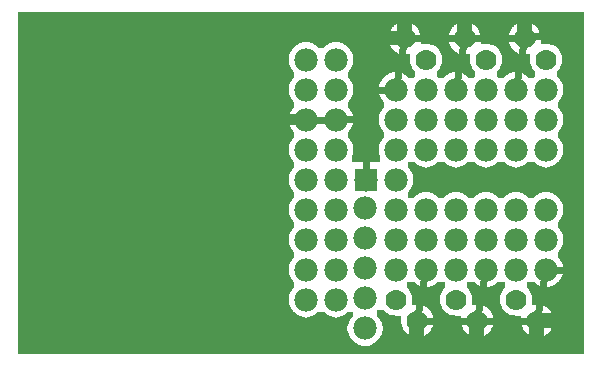
<source format=gbl>
G04 MADE WITH FRITZING*
G04 WWW.FRITZING.ORG*
G04 DOUBLE SIDED*
G04 HOLES PLATED*
G04 CONTOUR ON CENTER OF CONTOUR VECTOR*
%ASAXBY*%
%FSLAX23Y23*%
%MOIN*%
%OFA0B0*%
%SFA1.0B1.0*%
%ADD10C,0.075000*%
%ADD11C,0.078000*%
%ADD12C,0.070000*%
%ADD13R,0.078000X0.078000*%
%ADD14C,0.024000*%
%LNCOPPER0*%
G90*
G70*
G54D10*
X1211Y1079D03*
G54D11*
X1200Y620D03*
X1300Y620D03*
X1800Y420D03*
X1700Y420D03*
X1600Y420D03*
X1500Y420D03*
X1400Y420D03*
X1300Y420D03*
X1800Y420D03*
X1700Y420D03*
X1600Y420D03*
X1500Y420D03*
X1400Y420D03*
X1300Y420D03*
X1300Y320D03*
X1400Y320D03*
X1500Y320D03*
X1600Y320D03*
X1700Y320D03*
X1800Y320D03*
X1300Y820D03*
X1400Y820D03*
X1500Y820D03*
X1600Y820D03*
X1700Y820D03*
X1800Y820D03*
X1300Y820D03*
X1400Y820D03*
X1500Y820D03*
X1600Y820D03*
X1700Y820D03*
X1800Y820D03*
X1800Y920D03*
X1700Y920D03*
X1600Y920D03*
X1500Y920D03*
X1400Y920D03*
X1300Y920D03*
G54D12*
X1700Y220D03*
X1771Y149D03*
X1500Y220D03*
X1571Y149D03*
X1300Y220D03*
X1371Y149D03*
X1800Y1020D03*
X1729Y1091D03*
X1600Y1020D03*
X1529Y1091D03*
X1400Y1020D03*
X1329Y1091D03*
G54D11*
X1800Y520D03*
X1700Y520D03*
X1600Y520D03*
X1500Y520D03*
X1400Y520D03*
X1300Y520D03*
X1300Y720D03*
X1400Y720D03*
X1500Y720D03*
X1600Y720D03*
X1700Y720D03*
X1800Y720D03*
X1000Y1020D03*
X1000Y920D03*
X1000Y820D03*
X1000Y720D03*
X1000Y620D03*
X1000Y520D03*
X1000Y420D03*
X1000Y320D03*
X1000Y220D03*
X1100Y1020D03*
X1100Y920D03*
X1100Y820D03*
X1100Y720D03*
X1100Y620D03*
X1100Y520D03*
X1100Y420D03*
X1100Y320D03*
X1100Y220D03*
X1197Y124D03*
X1197Y224D03*
X1197Y324D03*
X1197Y424D03*
X1197Y524D03*
G54D13*
X1200Y620D03*
G54D14*
X1200Y821D02*
X1130Y821D01*
D02*
X1200Y650D02*
X1200Y821D01*
D02*
X1200Y920D02*
X1270Y920D01*
D02*
X1200Y821D02*
X1200Y920D01*
D02*
X1900Y320D02*
X1900Y1120D01*
D02*
X1830Y320D02*
X1900Y320D01*
D02*
X1305Y950D02*
X1325Y1065D01*
D02*
X1503Y1091D02*
X1355Y1091D01*
D02*
X1703Y1091D02*
X1555Y1091D01*
D02*
X1900Y1120D02*
X1755Y1095D01*
D02*
X1395Y291D02*
X1375Y175D01*
D02*
X1595Y291D02*
X1575Y175D01*
D02*
X1795Y291D02*
X1775Y175D01*
D02*
X1745Y149D02*
X1597Y149D01*
D02*
X1545Y149D02*
X1397Y149D01*
D02*
X1505Y950D02*
X1525Y1065D01*
D02*
X1705Y950D02*
X1725Y1065D01*
D02*
X1070Y820D02*
X1030Y820D01*
G36*
X40Y1180D02*
X40Y1144D01*
X1736Y1144D01*
X1736Y1142D01*
X1748Y1142D01*
X1748Y1140D01*
X1754Y1140D01*
X1754Y1138D01*
X1758Y1138D01*
X1758Y1136D01*
X1762Y1136D01*
X1762Y1134D01*
X1764Y1134D01*
X1764Y1132D01*
X1766Y1132D01*
X1766Y1130D01*
X1768Y1130D01*
X1768Y1128D01*
X1770Y1128D01*
X1770Y1126D01*
X1772Y1126D01*
X1772Y1124D01*
X1774Y1124D01*
X1774Y1120D01*
X1776Y1120D01*
X1776Y1116D01*
X1778Y1116D01*
X1778Y1110D01*
X1780Y1110D01*
X1780Y1102D01*
X1782Y1102D01*
X1782Y1072D01*
X1814Y1072D01*
X1814Y1070D01*
X1822Y1070D01*
X1822Y1068D01*
X1826Y1068D01*
X1826Y1066D01*
X1830Y1066D01*
X1830Y1064D01*
X1834Y1064D01*
X1834Y1062D01*
X1836Y1062D01*
X1836Y1060D01*
X1838Y1060D01*
X1838Y1058D01*
X1840Y1058D01*
X1840Y1056D01*
X1842Y1056D01*
X1842Y1054D01*
X1844Y1054D01*
X1844Y1050D01*
X1846Y1050D01*
X1846Y1046D01*
X1848Y1046D01*
X1848Y1042D01*
X1850Y1042D01*
X1850Y1036D01*
X1852Y1036D01*
X1852Y1004D01*
X1850Y1004D01*
X1850Y998D01*
X1848Y998D01*
X1848Y992D01*
X1846Y992D01*
X1846Y988D01*
X1844Y988D01*
X1844Y986D01*
X1842Y986D01*
X1842Y984D01*
X1840Y984D01*
X1840Y982D01*
X1838Y982D01*
X1838Y962D01*
X1840Y962D01*
X1840Y960D01*
X1842Y960D01*
X1842Y956D01*
X1844Y956D01*
X1844Y954D01*
X1846Y954D01*
X1846Y952D01*
X1848Y952D01*
X1848Y950D01*
X1850Y950D01*
X1850Y946D01*
X1852Y946D01*
X1852Y942D01*
X1854Y942D01*
X1854Y938D01*
X1856Y938D01*
X1856Y932D01*
X1858Y932D01*
X1858Y906D01*
X1856Y906D01*
X1856Y902D01*
X1854Y902D01*
X1854Y898D01*
X1852Y898D01*
X1852Y894D01*
X1850Y894D01*
X1850Y890D01*
X1848Y890D01*
X1848Y888D01*
X1846Y888D01*
X1846Y886D01*
X1844Y886D01*
X1844Y882D01*
X1842Y882D01*
X1842Y880D01*
X1840Y880D01*
X1840Y860D01*
X1842Y860D01*
X1842Y856D01*
X1844Y856D01*
X1844Y854D01*
X1846Y854D01*
X1846Y852D01*
X1848Y852D01*
X1848Y850D01*
X1850Y850D01*
X1850Y846D01*
X1852Y846D01*
X1852Y842D01*
X1854Y842D01*
X1854Y838D01*
X1856Y838D01*
X1856Y832D01*
X1858Y832D01*
X1858Y806D01*
X1856Y806D01*
X1856Y802D01*
X1854Y802D01*
X1854Y798D01*
X1852Y798D01*
X1852Y794D01*
X1850Y794D01*
X1850Y790D01*
X1848Y790D01*
X1848Y788D01*
X1846Y788D01*
X1846Y786D01*
X1844Y786D01*
X1844Y782D01*
X1842Y782D01*
X1842Y780D01*
X1840Y780D01*
X1840Y760D01*
X1842Y760D01*
X1842Y756D01*
X1844Y756D01*
X1844Y754D01*
X1846Y754D01*
X1846Y752D01*
X1848Y752D01*
X1848Y750D01*
X1850Y750D01*
X1850Y746D01*
X1852Y746D01*
X1852Y742D01*
X1854Y742D01*
X1854Y738D01*
X1856Y738D01*
X1856Y732D01*
X1858Y732D01*
X1858Y706D01*
X1856Y706D01*
X1856Y702D01*
X1854Y702D01*
X1854Y698D01*
X1852Y698D01*
X1852Y694D01*
X1850Y694D01*
X1850Y690D01*
X1848Y690D01*
X1848Y688D01*
X1846Y688D01*
X1846Y686D01*
X1844Y686D01*
X1844Y682D01*
X1842Y682D01*
X1842Y680D01*
X1840Y680D01*
X1840Y678D01*
X1838Y678D01*
X1838Y676D01*
X1836Y676D01*
X1836Y674D01*
X1832Y674D01*
X1832Y672D01*
X1830Y672D01*
X1830Y670D01*
X1826Y670D01*
X1826Y668D01*
X1824Y668D01*
X1824Y666D01*
X1818Y666D01*
X1818Y664D01*
X1814Y664D01*
X1814Y662D01*
X1804Y662D01*
X1804Y660D01*
X1928Y660D01*
X1928Y1180D01*
X40Y1180D01*
G37*
D02*
G36*
X40Y1144D02*
X40Y1078D01*
X1112Y1078D01*
X1112Y1076D01*
X1118Y1076D01*
X1118Y1074D01*
X1122Y1074D01*
X1122Y1072D01*
X1126Y1072D01*
X1126Y1070D01*
X1130Y1070D01*
X1130Y1068D01*
X1132Y1068D01*
X1132Y1066D01*
X1134Y1066D01*
X1134Y1064D01*
X1136Y1064D01*
X1136Y1062D01*
X1140Y1062D01*
X1140Y1060D01*
X1142Y1060D01*
X1142Y1056D01*
X1144Y1056D01*
X1144Y1054D01*
X1146Y1054D01*
X1146Y1052D01*
X1148Y1052D01*
X1148Y1050D01*
X1150Y1050D01*
X1150Y1046D01*
X1152Y1046D01*
X1152Y1042D01*
X1154Y1042D01*
X1154Y1038D01*
X1156Y1038D01*
X1156Y1032D01*
X1158Y1032D01*
X1158Y1006D01*
X1156Y1006D01*
X1156Y1002D01*
X1154Y1002D01*
X1154Y998D01*
X1152Y998D01*
X1152Y994D01*
X1150Y994D01*
X1150Y990D01*
X1148Y990D01*
X1148Y988D01*
X1146Y988D01*
X1146Y986D01*
X1144Y986D01*
X1144Y982D01*
X1142Y982D01*
X1142Y980D01*
X1140Y980D01*
X1140Y978D01*
X1312Y978D01*
X1312Y976D01*
X1318Y976D01*
X1318Y974D01*
X1322Y974D01*
X1322Y972D01*
X1326Y972D01*
X1326Y970D01*
X1330Y970D01*
X1330Y968D01*
X1332Y968D01*
X1332Y966D01*
X1334Y966D01*
X1334Y964D01*
X1336Y964D01*
X1336Y962D01*
X1340Y962D01*
X1340Y960D01*
X1360Y960D01*
X1360Y962D01*
X1362Y962D01*
X1362Y982D01*
X1360Y982D01*
X1360Y984D01*
X1358Y984D01*
X1358Y986D01*
X1356Y986D01*
X1356Y988D01*
X1354Y988D01*
X1354Y992D01*
X1352Y992D01*
X1352Y998D01*
X1350Y998D01*
X1350Y1004D01*
X1348Y1004D01*
X1348Y1038D01*
X1316Y1038D01*
X1316Y1040D01*
X1308Y1040D01*
X1308Y1042D01*
X1304Y1042D01*
X1304Y1044D01*
X1300Y1044D01*
X1300Y1046D01*
X1296Y1046D01*
X1296Y1048D01*
X1294Y1048D01*
X1294Y1050D01*
X1292Y1050D01*
X1292Y1052D01*
X1290Y1052D01*
X1290Y1054D01*
X1288Y1054D01*
X1288Y1056D01*
X1286Y1056D01*
X1286Y1058D01*
X1284Y1058D01*
X1284Y1062D01*
X1282Y1062D01*
X1282Y1066D01*
X1280Y1066D01*
X1280Y1072D01*
X1278Y1072D01*
X1278Y1082D01*
X1276Y1082D01*
X1276Y1100D01*
X1278Y1100D01*
X1278Y1110D01*
X1280Y1110D01*
X1280Y1116D01*
X1282Y1116D01*
X1282Y1120D01*
X1284Y1120D01*
X1284Y1122D01*
X1286Y1122D01*
X1286Y1126D01*
X1288Y1126D01*
X1288Y1128D01*
X1290Y1128D01*
X1290Y1130D01*
X1292Y1130D01*
X1292Y1132D01*
X1294Y1132D01*
X1294Y1134D01*
X1298Y1134D01*
X1298Y1136D01*
X1300Y1136D01*
X1300Y1138D01*
X1306Y1138D01*
X1306Y1140D01*
X1312Y1140D01*
X1312Y1142D01*
X1322Y1142D01*
X1322Y1144D01*
X40Y1144D01*
G37*
D02*
G36*
X1336Y1144D02*
X1336Y1142D01*
X1348Y1142D01*
X1348Y1140D01*
X1354Y1140D01*
X1354Y1138D01*
X1358Y1138D01*
X1358Y1136D01*
X1362Y1136D01*
X1362Y1134D01*
X1364Y1134D01*
X1364Y1132D01*
X1366Y1132D01*
X1366Y1130D01*
X1368Y1130D01*
X1368Y1128D01*
X1370Y1128D01*
X1370Y1126D01*
X1372Y1126D01*
X1372Y1124D01*
X1374Y1124D01*
X1374Y1120D01*
X1376Y1120D01*
X1376Y1116D01*
X1378Y1116D01*
X1378Y1110D01*
X1380Y1110D01*
X1380Y1102D01*
X1382Y1102D01*
X1382Y1072D01*
X1414Y1072D01*
X1414Y1070D01*
X1422Y1070D01*
X1422Y1068D01*
X1426Y1068D01*
X1426Y1066D01*
X1430Y1066D01*
X1430Y1064D01*
X1434Y1064D01*
X1434Y1062D01*
X1436Y1062D01*
X1436Y1060D01*
X1438Y1060D01*
X1438Y1058D01*
X1440Y1058D01*
X1440Y1056D01*
X1442Y1056D01*
X1442Y1054D01*
X1444Y1054D01*
X1444Y1050D01*
X1446Y1050D01*
X1446Y1046D01*
X1448Y1046D01*
X1448Y1042D01*
X1450Y1042D01*
X1450Y1036D01*
X1452Y1036D01*
X1452Y1004D01*
X1450Y1004D01*
X1450Y998D01*
X1448Y998D01*
X1448Y992D01*
X1446Y992D01*
X1446Y988D01*
X1444Y988D01*
X1444Y986D01*
X1442Y986D01*
X1442Y984D01*
X1440Y984D01*
X1440Y982D01*
X1438Y982D01*
X1438Y978D01*
X1512Y978D01*
X1512Y976D01*
X1518Y976D01*
X1518Y974D01*
X1522Y974D01*
X1522Y972D01*
X1526Y972D01*
X1526Y970D01*
X1530Y970D01*
X1530Y968D01*
X1532Y968D01*
X1532Y966D01*
X1534Y966D01*
X1534Y964D01*
X1536Y964D01*
X1536Y962D01*
X1540Y962D01*
X1540Y960D01*
X1560Y960D01*
X1560Y962D01*
X1562Y962D01*
X1562Y982D01*
X1560Y982D01*
X1560Y984D01*
X1558Y984D01*
X1558Y986D01*
X1556Y986D01*
X1556Y988D01*
X1554Y988D01*
X1554Y992D01*
X1552Y992D01*
X1552Y998D01*
X1550Y998D01*
X1550Y1004D01*
X1548Y1004D01*
X1548Y1038D01*
X1516Y1038D01*
X1516Y1040D01*
X1508Y1040D01*
X1508Y1042D01*
X1504Y1042D01*
X1504Y1044D01*
X1500Y1044D01*
X1500Y1046D01*
X1496Y1046D01*
X1496Y1048D01*
X1494Y1048D01*
X1494Y1050D01*
X1492Y1050D01*
X1492Y1052D01*
X1490Y1052D01*
X1490Y1054D01*
X1488Y1054D01*
X1488Y1056D01*
X1486Y1056D01*
X1486Y1058D01*
X1484Y1058D01*
X1484Y1062D01*
X1482Y1062D01*
X1482Y1066D01*
X1480Y1066D01*
X1480Y1072D01*
X1478Y1072D01*
X1478Y1082D01*
X1476Y1082D01*
X1476Y1100D01*
X1478Y1100D01*
X1478Y1110D01*
X1480Y1110D01*
X1480Y1116D01*
X1482Y1116D01*
X1482Y1120D01*
X1484Y1120D01*
X1484Y1122D01*
X1486Y1122D01*
X1486Y1126D01*
X1488Y1126D01*
X1488Y1128D01*
X1490Y1128D01*
X1490Y1130D01*
X1492Y1130D01*
X1492Y1132D01*
X1494Y1132D01*
X1494Y1134D01*
X1498Y1134D01*
X1498Y1136D01*
X1500Y1136D01*
X1500Y1138D01*
X1506Y1138D01*
X1506Y1140D01*
X1512Y1140D01*
X1512Y1142D01*
X1522Y1142D01*
X1522Y1144D01*
X1336Y1144D01*
G37*
D02*
G36*
X1536Y1144D02*
X1536Y1142D01*
X1548Y1142D01*
X1548Y1140D01*
X1554Y1140D01*
X1554Y1138D01*
X1558Y1138D01*
X1558Y1136D01*
X1562Y1136D01*
X1562Y1134D01*
X1564Y1134D01*
X1564Y1132D01*
X1566Y1132D01*
X1566Y1130D01*
X1568Y1130D01*
X1568Y1128D01*
X1570Y1128D01*
X1570Y1126D01*
X1572Y1126D01*
X1572Y1124D01*
X1574Y1124D01*
X1574Y1120D01*
X1576Y1120D01*
X1576Y1116D01*
X1578Y1116D01*
X1578Y1110D01*
X1580Y1110D01*
X1580Y1102D01*
X1582Y1102D01*
X1582Y1072D01*
X1614Y1072D01*
X1614Y1070D01*
X1622Y1070D01*
X1622Y1068D01*
X1626Y1068D01*
X1626Y1066D01*
X1630Y1066D01*
X1630Y1064D01*
X1634Y1064D01*
X1634Y1062D01*
X1636Y1062D01*
X1636Y1060D01*
X1638Y1060D01*
X1638Y1058D01*
X1640Y1058D01*
X1640Y1056D01*
X1642Y1056D01*
X1642Y1054D01*
X1644Y1054D01*
X1644Y1050D01*
X1646Y1050D01*
X1646Y1046D01*
X1648Y1046D01*
X1648Y1042D01*
X1650Y1042D01*
X1650Y1036D01*
X1652Y1036D01*
X1652Y1004D01*
X1650Y1004D01*
X1650Y998D01*
X1648Y998D01*
X1648Y992D01*
X1646Y992D01*
X1646Y988D01*
X1644Y988D01*
X1644Y986D01*
X1642Y986D01*
X1642Y984D01*
X1640Y984D01*
X1640Y982D01*
X1638Y982D01*
X1638Y978D01*
X1712Y978D01*
X1712Y976D01*
X1718Y976D01*
X1718Y974D01*
X1722Y974D01*
X1722Y972D01*
X1726Y972D01*
X1726Y970D01*
X1730Y970D01*
X1730Y968D01*
X1732Y968D01*
X1732Y966D01*
X1734Y966D01*
X1734Y964D01*
X1736Y964D01*
X1736Y962D01*
X1740Y962D01*
X1740Y960D01*
X1760Y960D01*
X1760Y962D01*
X1762Y962D01*
X1762Y982D01*
X1760Y982D01*
X1760Y984D01*
X1758Y984D01*
X1758Y986D01*
X1756Y986D01*
X1756Y988D01*
X1754Y988D01*
X1754Y992D01*
X1752Y992D01*
X1752Y998D01*
X1750Y998D01*
X1750Y1004D01*
X1748Y1004D01*
X1748Y1038D01*
X1716Y1038D01*
X1716Y1040D01*
X1708Y1040D01*
X1708Y1042D01*
X1704Y1042D01*
X1704Y1044D01*
X1700Y1044D01*
X1700Y1046D01*
X1696Y1046D01*
X1696Y1048D01*
X1694Y1048D01*
X1694Y1050D01*
X1692Y1050D01*
X1692Y1052D01*
X1690Y1052D01*
X1690Y1054D01*
X1688Y1054D01*
X1688Y1056D01*
X1686Y1056D01*
X1686Y1058D01*
X1684Y1058D01*
X1684Y1062D01*
X1682Y1062D01*
X1682Y1066D01*
X1680Y1066D01*
X1680Y1072D01*
X1678Y1072D01*
X1678Y1082D01*
X1676Y1082D01*
X1676Y1100D01*
X1678Y1100D01*
X1678Y1110D01*
X1680Y1110D01*
X1680Y1116D01*
X1682Y1116D01*
X1682Y1120D01*
X1684Y1120D01*
X1684Y1122D01*
X1686Y1122D01*
X1686Y1126D01*
X1688Y1126D01*
X1688Y1128D01*
X1690Y1128D01*
X1690Y1130D01*
X1692Y1130D01*
X1692Y1132D01*
X1694Y1132D01*
X1694Y1134D01*
X1698Y1134D01*
X1698Y1136D01*
X1700Y1136D01*
X1700Y1138D01*
X1706Y1138D01*
X1706Y1140D01*
X1712Y1140D01*
X1712Y1142D01*
X1722Y1142D01*
X1722Y1144D01*
X1536Y1144D01*
G37*
D02*
G36*
X40Y1078D02*
X40Y160D01*
X996Y160D01*
X996Y162D01*
X986Y162D01*
X986Y164D01*
X982Y164D01*
X982Y166D01*
X976Y166D01*
X976Y168D01*
X974Y168D01*
X974Y170D01*
X970Y170D01*
X970Y172D01*
X968Y172D01*
X968Y174D01*
X964Y174D01*
X964Y176D01*
X962Y176D01*
X962Y178D01*
X960Y178D01*
X960Y180D01*
X958Y180D01*
X958Y182D01*
X956Y182D01*
X956Y184D01*
X954Y184D01*
X954Y188D01*
X952Y188D01*
X952Y190D01*
X950Y190D01*
X950Y194D01*
X948Y194D01*
X948Y198D01*
X946Y198D01*
X946Y202D01*
X944Y202D01*
X944Y206D01*
X942Y206D01*
X942Y232D01*
X944Y232D01*
X944Y238D01*
X946Y238D01*
X946Y242D01*
X948Y242D01*
X948Y246D01*
X950Y246D01*
X950Y250D01*
X952Y250D01*
X952Y252D01*
X954Y252D01*
X954Y254D01*
X956Y254D01*
X956Y256D01*
X958Y256D01*
X958Y260D01*
X960Y260D01*
X960Y280D01*
X958Y280D01*
X958Y282D01*
X956Y282D01*
X956Y284D01*
X954Y284D01*
X954Y288D01*
X952Y288D01*
X952Y290D01*
X950Y290D01*
X950Y294D01*
X948Y294D01*
X948Y298D01*
X946Y298D01*
X946Y302D01*
X944Y302D01*
X944Y306D01*
X942Y306D01*
X942Y332D01*
X944Y332D01*
X944Y338D01*
X946Y338D01*
X946Y342D01*
X948Y342D01*
X948Y346D01*
X950Y346D01*
X950Y350D01*
X952Y350D01*
X952Y352D01*
X954Y352D01*
X954Y354D01*
X956Y354D01*
X956Y356D01*
X958Y356D01*
X958Y360D01*
X960Y360D01*
X960Y380D01*
X958Y380D01*
X958Y382D01*
X956Y382D01*
X956Y384D01*
X954Y384D01*
X954Y388D01*
X952Y388D01*
X952Y390D01*
X950Y390D01*
X950Y394D01*
X948Y394D01*
X948Y398D01*
X946Y398D01*
X946Y402D01*
X944Y402D01*
X944Y406D01*
X942Y406D01*
X942Y432D01*
X944Y432D01*
X944Y438D01*
X946Y438D01*
X946Y442D01*
X948Y442D01*
X948Y446D01*
X950Y446D01*
X950Y450D01*
X952Y450D01*
X952Y452D01*
X954Y452D01*
X954Y454D01*
X956Y454D01*
X956Y456D01*
X958Y456D01*
X958Y460D01*
X960Y460D01*
X960Y480D01*
X958Y480D01*
X958Y482D01*
X956Y482D01*
X956Y484D01*
X954Y484D01*
X954Y488D01*
X952Y488D01*
X952Y490D01*
X950Y490D01*
X950Y494D01*
X948Y494D01*
X948Y498D01*
X946Y498D01*
X946Y502D01*
X944Y502D01*
X944Y506D01*
X942Y506D01*
X942Y532D01*
X944Y532D01*
X944Y538D01*
X946Y538D01*
X946Y542D01*
X948Y542D01*
X948Y546D01*
X950Y546D01*
X950Y550D01*
X952Y550D01*
X952Y552D01*
X954Y552D01*
X954Y554D01*
X956Y554D01*
X956Y556D01*
X958Y556D01*
X958Y560D01*
X960Y560D01*
X960Y580D01*
X958Y580D01*
X958Y582D01*
X956Y582D01*
X956Y584D01*
X954Y584D01*
X954Y588D01*
X952Y588D01*
X952Y590D01*
X950Y590D01*
X950Y594D01*
X948Y594D01*
X948Y598D01*
X946Y598D01*
X946Y602D01*
X944Y602D01*
X944Y606D01*
X942Y606D01*
X942Y632D01*
X944Y632D01*
X944Y638D01*
X946Y638D01*
X946Y642D01*
X948Y642D01*
X948Y646D01*
X950Y646D01*
X950Y650D01*
X952Y650D01*
X952Y652D01*
X954Y652D01*
X954Y654D01*
X956Y654D01*
X956Y656D01*
X958Y656D01*
X958Y660D01*
X960Y660D01*
X960Y680D01*
X958Y680D01*
X958Y682D01*
X956Y682D01*
X956Y684D01*
X954Y684D01*
X954Y688D01*
X952Y688D01*
X952Y690D01*
X950Y690D01*
X950Y694D01*
X948Y694D01*
X948Y698D01*
X946Y698D01*
X946Y702D01*
X944Y702D01*
X944Y706D01*
X942Y706D01*
X942Y732D01*
X944Y732D01*
X944Y738D01*
X946Y738D01*
X946Y742D01*
X948Y742D01*
X948Y746D01*
X950Y746D01*
X950Y750D01*
X952Y750D01*
X952Y752D01*
X954Y752D01*
X954Y754D01*
X956Y754D01*
X956Y756D01*
X958Y756D01*
X958Y760D01*
X960Y760D01*
X960Y780D01*
X958Y780D01*
X958Y782D01*
X956Y782D01*
X956Y784D01*
X954Y784D01*
X954Y788D01*
X952Y788D01*
X952Y790D01*
X950Y790D01*
X950Y794D01*
X948Y794D01*
X948Y798D01*
X946Y798D01*
X946Y802D01*
X944Y802D01*
X944Y806D01*
X942Y806D01*
X942Y832D01*
X944Y832D01*
X944Y838D01*
X946Y838D01*
X946Y842D01*
X948Y842D01*
X948Y846D01*
X950Y846D01*
X950Y850D01*
X952Y850D01*
X952Y852D01*
X954Y852D01*
X954Y854D01*
X956Y854D01*
X956Y856D01*
X958Y856D01*
X958Y860D01*
X960Y860D01*
X960Y880D01*
X958Y880D01*
X958Y882D01*
X956Y882D01*
X956Y884D01*
X954Y884D01*
X954Y888D01*
X952Y888D01*
X952Y890D01*
X950Y890D01*
X950Y894D01*
X948Y894D01*
X948Y898D01*
X946Y898D01*
X946Y902D01*
X944Y902D01*
X944Y906D01*
X942Y906D01*
X942Y932D01*
X944Y932D01*
X944Y938D01*
X946Y938D01*
X946Y942D01*
X948Y942D01*
X948Y946D01*
X950Y946D01*
X950Y950D01*
X952Y950D01*
X952Y952D01*
X954Y952D01*
X954Y954D01*
X956Y954D01*
X956Y956D01*
X958Y956D01*
X958Y960D01*
X960Y960D01*
X960Y980D01*
X958Y980D01*
X958Y982D01*
X956Y982D01*
X956Y984D01*
X954Y984D01*
X954Y988D01*
X952Y988D01*
X952Y990D01*
X950Y990D01*
X950Y994D01*
X948Y994D01*
X948Y998D01*
X946Y998D01*
X946Y1002D01*
X944Y1002D01*
X944Y1006D01*
X942Y1006D01*
X942Y1032D01*
X944Y1032D01*
X944Y1038D01*
X946Y1038D01*
X946Y1042D01*
X948Y1042D01*
X948Y1046D01*
X950Y1046D01*
X950Y1050D01*
X952Y1050D01*
X952Y1052D01*
X954Y1052D01*
X954Y1054D01*
X956Y1054D01*
X956Y1056D01*
X958Y1056D01*
X958Y1060D01*
X960Y1060D01*
X960Y1062D01*
X964Y1062D01*
X964Y1064D01*
X966Y1064D01*
X966Y1066D01*
X968Y1066D01*
X968Y1068D01*
X970Y1068D01*
X970Y1070D01*
X974Y1070D01*
X974Y1072D01*
X978Y1072D01*
X978Y1074D01*
X982Y1074D01*
X982Y1076D01*
X988Y1076D01*
X988Y1078D01*
X40Y1078D01*
G37*
D02*
G36*
X1012Y1078D02*
X1012Y1076D01*
X1018Y1076D01*
X1018Y1074D01*
X1022Y1074D01*
X1022Y1072D01*
X1026Y1072D01*
X1026Y1070D01*
X1030Y1070D01*
X1030Y1068D01*
X1032Y1068D01*
X1032Y1066D01*
X1034Y1066D01*
X1034Y1064D01*
X1036Y1064D01*
X1036Y1062D01*
X1040Y1062D01*
X1040Y1060D01*
X1060Y1060D01*
X1060Y1062D01*
X1064Y1062D01*
X1064Y1064D01*
X1066Y1064D01*
X1066Y1066D01*
X1068Y1066D01*
X1068Y1068D01*
X1070Y1068D01*
X1070Y1070D01*
X1074Y1070D01*
X1074Y1072D01*
X1078Y1072D01*
X1078Y1074D01*
X1082Y1074D01*
X1082Y1076D01*
X1088Y1076D01*
X1088Y1078D01*
X1012Y1078D01*
G37*
D02*
G36*
X1140Y978D02*
X1140Y960D01*
X1142Y960D01*
X1142Y956D01*
X1144Y956D01*
X1144Y954D01*
X1146Y954D01*
X1146Y952D01*
X1148Y952D01*
X1148Y950D01*
X1150Y950D01*
X1150Y946D01*
X1152Y946D01*
X1152Y942D01*
X1154Y942D01*
X1154Y938D01*
X1156Y938D01*
X1156Y932D01*
X1158Y932D01*
X1158Y906D01*
X1156Y906D01*
X1156Y902D01*
X1154Y902D01*
X1154Y898D01*
X1152Y898D01*
X1152Y894D01*
X1150Y894D01*
X1150Y890D01*
X1148Y890D01*
X1148Y888D01*
X1146Y888D01*
X1146Y886D01*
X1144Y886D01*
X1144Y882D01*
X1142Y882D01*
X1142Y880D01*
X1140Y880D01*
X1140Y860D01*
X1142Y860D01*
X1142Y856D01*
X1144Y856D01*
X1144Y854D01*
X1146Y854D01*
X1146Y852D01*
X1148Y852D01*
X1148Y850D01*
X1150Y850D01*
X1150Y846D01*
X1152Y846D01*
X1152Y842D01*
X1154Y842D01*
X1154Y838D01*
X1156Y838D01*
X1156Y832D01*
X1158Y832D01*
X1158Y806D01*
X1156Y806D01*
X1156Y802D01*
X1154Y802D01*
X1154Y798D01*
X1152Y798D01*
X1152Y794D01*
X1150Y794D01*
X1150Y790D01*
X1148Y790D01*
X1148Y788D01*
X1146Y788D01*
X1146Y786D01*
X1144Y786D01*
X1144Y782D01*
X1142Y782D01*
X1142Y780D01*
X1140Y780D01*
X1140Y760D01*
X1142Y760D01*
X1142Y756D01*
X1144Y756D01*
X1144Y754D01*
X1146Y754D01*
X1146Y752D01*
X1148Y752D01*
X1148Y750D01*
X1150Y750D01*
X1150Y746D01*
X1152Y746D01*
X1152Y742D01*
X1154Y742D01*
X1154Y738D01*
X1156Y738D01*
X1156Y732D01*
X1158Y732D01*
X1158Y706D01*
X1156Y706D01*
X1156Y702D01*
X1154Y702D01*
X1154Y698D01*
X1152Y698D01*
X1152Y678D01*
X1248Y678D01*
X1248Y698D01*
X1246Y698D01*
X1246Y702D01*
X1244Y702D01*
X1244Y706D01*
X1242Y706D01*
X1242Y732D01*
X1244Y732D01*
X1244Y738D01*
X1246Y738D01*
X1246Y742D01*
X1248Y742D01*
X1248Y746D01*
X1250Y746D01*
X1250Y750D01*
X1252Y750D01*
X1252Y752D01*
X1254Y752D01*
X1254Y754D01*
X1256Y754D01*
X1256Y756D01*
X1258Y756D01*
X1258Y760D01*
X1260Y760D01*
X1260Y780D01*
X1258Y780D01*
X1258Y782D01*
X1256Y782D01*
X1256Y784D01*
X1254Y784D01*
X1254Y788D01*
X1252Y788D01*
X1252Y790D01*
X1250Y790D01*
X1250Y794D01*
X1248Y794D01*
X1248Y798D01*
X1246Y798D01*
X1246Y802D01*
X1244Y802D01*
X1244Y806D01*
X1242Y806D01*
X1242Y832D01*
X1244Y832D01*
X1244Y838D01*
X1246Y838D01*
X1246Y842D01*
X1248Y842D01*
X1248Y846D01*
X1250Y846D01*
X1250Y850D01*
X1252Y850D01*
X1252Y852D01*
X1254Y852D01*
X1254Y854D01*
X1256Y854D01*
X1256Y856D01*
X1258Y856D01*
X1258Y860D01*
X1260Y860D01*
X1260Y880D01*
X1258Y880D01*
X1258Y882D01*
X1256Y882D01*
X1256Y884D01*
X1254Y884D01*
X1254Y888D01*
X1252Y888D01*
X1252Y890D01*
X1250Y890D01*
X1250Y894D01*
X1248Y894D01*
X1248Y898D01*
X1246Y898D01*
X1246Y902D01*
X1244Y902D01*
X1244Y906D01*
X1242Y906D01*
X1242Y932D01*
X1244Y932D01*
X1244Y938D01*
X1246Y938D01*
X1246Y942D01*
X1248Y942D01*
X1248Y946D01*
X1250Y946D01*
X1250Y950D01*
X1252Y950D01*
X1252Y952D01*
X1254Y952D01*
X1254Y954D01*
X1256Y954D01*
X1256Y956D01*
X1258Y956D01*
X1258Y960D01*
X1260Y960D01*
X1260Y962D01*
X1264Y962D01*
X1264Y964D01*
X1266Y964D01*
X1266Y966D01*
X1268Y966D01*
X1268Y968D01*
X1270Y968D01*
X1270Y970D01*
X1274Y970D01*
X1274Y972D01*
X1278Y972D01*
X1278Y974D01*
X1282Y974D01*
X1282Y976D01*
X1288Y976D01*
X1288Y978D01*
X1140Y978D01*
G37*
D02*
G36*
X1438Y978D02*
X1438Y962D01*
X1440Y962D01*
X1440Y960D01*
X1460Y960D01*
X1460Y962D01*
X1464Y962D01*
X1464Y964D01*
X1466Y964D01*
X1466Y966D01*
X1468Y966D01*
X1468Y968D01*
X1470Y968D01*
X1470Y970D01*
X1474Y970D01*
X1474Y972D01*
X1478Y972D01*
X1478Y974D01*
X1482Y974D01*
X1482Y976D01*
X1488Y976D01*
X1488Y978D01*
X1438Y978D01*
G37*
D02*
G36*
X1638Y978D02*
X1638Y962D01*
X1640Y962D01*
X1640Y960D01*
X1660Y960D01*
X1660Y962D01*
X1664Y962D01*
X1664Y964D01*
X1666Y964D01*
X1666Y966D01*
X1668Y966D01*
X1668Y968D01*
X1670Y968D01*
X1670Y970D01*
X1674Y970D01*
X1674Y972D01*
X1678Y972D01*
X1678Y974D01*
X1682Y974D01*
X1682Y976D01*
X1688Y976D01*
X1688Y978D01*
X1638Y978D01*
G37*
D02*
G36*
X1340Y680D02*
X1340Y660D01*
X1396Y660D01*
X1396Y662D01*
X1386Y662D01*
X1386Y664D01*
X1382Y664D01*
X1382Y666D01*
X1376Y666D01*
X1376Y668D01*
X1374Y668D01*
X1374Y670D01*
X1370Y670D01*
X1370Y672D01*
X1368Y672D01*
X1368Y674D01*
X1364Y674D01*
X1364Y676D01*
X1362Y676D01*
X1362Y678D01*
X1360Y678D01*
X1360Y680D01*
X1340Y680D01*
G37*
D02*
G36*
X1440Y680D02*
X1440Y678D01*
X1438Y678D01*
X1438Y676D01*
X1436Y676D01*
X1436Y674D01*
X1432Y674D01*
X1432Y672D01*
X1430Y672D01*
X1430Y670D01*
X1426Y670D01*
X1426Y668D01*
X1424Y668D01*
X1424Y666D01*
X1418Y666D01*
X1418Y664D01*
X1414Y664D01*
X1414Y662D01*
X1404Y662D01*
X1404Y660D01*
X1496Y660D01*
X1496Y662D01*
X1486Y662D01*
X1486Y664D01*
X1482Y664D01*
X1482Y666D01*
X1476Y666D01*
X1476Y668D01*
X1474Y668D01*
X1474Y670D01*
X1470Y670D01*
X1470Y672D01*
X1468Y672D01*
X1468Y674D01*
X1464Y674D01*
X1464Y676D01*
X1462Y676D01*
X1462Y678D01*
X1460Y678D01*
X1460Y680D01*
X1440Y680D01*
G37*
D02*
G36*
X1540Y680D02*
X1540Y678D01*
X1538Y678D01*
X1538Y676D01*
X1536Y676D01*
X1536Y674D01*
X1532Y674D01*
X1532Y672D01*
X1530Y672D01*
X1530Y670D01*
X1526Y670D01*
X1526Y668D01*
X1524Y668D01*
X1524Y666D01*
X1518Y666D01*
X1518Y664D01*
X1514Y664D01*
X1514Y662D01*
X1504Y662D01*
X1504Y660D01*
X1596Y660D01*
X1596Y662D01*
X1586Y662D01*
X1586Y664D01*
X1582Y664D01*
X1582Y666D01*
X1576Y666D01*
X1576Y668D01*
X1574Y668D01*
X1574Y670D01*
X1570Y670D01*
X1570Y672D01*
X1568Y672D01*
X1568Y674D01*
X1564Y674D01*
X1564Y676D01*
X1562Y676D01*
X1562Y678D01*
X1560Y678D01*
X1560Y680D01*
X1540Y680D01*
G37*
D02*
G36*
X1640Y680D02*
X1640Y678D01*
X1638Y678D01*
X1638Y676D01*
X1636Y676D01*
X1636Y674D01*
X1632Y674D01*
X1632Y672D01*
X1630Y672D01*
X1630Y670D01*
X1626Y670D01*
X1626Y668D01*
X1624Y668D01*
X1624Y666D01*
X1618Y666D01*
X1618Y664D01*
X1614Y664D01*
X1614Y662D01*
X1604Y662D01*
X1604Y660D01*
X1696Y660D01*
X1696Y662D01*
X1686Y662D01*
X1686Y664D01*
X1682Y664D01*
X1682Y666D01*
X1676Y666D01*
X1676Y668D01*
X1674Y668D01*
X1674Y670D01*
X1670Y670D01*
X1670Y672D01*
X1668Y672D01*
X1668Y674D01*
X1664Y674D01*
X1664Y676D01*
X1662Y676D01*
X1662Y678D01*
X1660Y678D01*
X1660Y680D01*
X1640Y680D01*
G37*
D02*
G36*
X1740Y680D02*
X1740Y678D01*
X1738Y678D01*
X1738Y676D01*
X1736Y676D01*
X1736Y674D01*
X1732Y674D01*
X1732Y672D01*
X1730Y672D01*
X1730Y670D01*
X1726Y670D01*
X1726Y668D01*
X1724Y668D01*
X1724Y666D01*
X1718Y666D01*
X1718Y664D01*
X1714Y664D01*
X1714Y662D01*
X1704Y662D01*
X1704Y660D01*
X1796Y660D01*
X1796Y662D01*
X1786Y662D01*
X1786Y664D01*
X1782Y664D01*
X1782Y666D01*
X1776Y666D01*
X1776Y668D01*
X1774Y668D01*
X1774Y670D01*
X1770Y670D01*
X1770Y672D01*
X1768Y672D01*
X1768Y674D01*
X1764Y674D01*
X1764Y676D01*
X1762Y676D01*
X1762Y678D01*
X1760Y678D01*
X1760Y680D01*
X1740Y680D01*
G37*
D02*
G36*
X1342Y660D02*
X1342Y658D01*
X1928Y658D01*
X1928Y660D01*
X1342Y660D01*
G37*
D02*
G36*
X1342Y660D02*
X1342Y658D01*
X1928Y658D01*
X1928Y660D01*
X1342Y660D01*
G37*
D02*
G36*
X1342Y660D02*
X1342Y658D01*
X1928Y658D01*
X1928Y660D01*
X1342Y660D01*
G37*
D02*
G36*
X1342Y660D02*
X1342Y658D01*
X1928Y658D01*
X1928Y660D01*
X1342Y660D01*
G37*
D02*
G36*
X1342Y660D02*
X1342Y658D01*
X1928Y658D01*
X1928Y660D01*
X1342Y660D01*
G37*
D02*
G36*
X1342Y660D02*
X1342Y658D01*
X1928Y658D01*
X1928Y660D01*
X1342Y660D01*
G37*
D02*
G36*
X1342Y658D02*
X1342Y656D01*
X1344Y656D01*
X1344Y654D01*
X1346Y654D01*
X1346Y652D01*
X1348Y652D01*
X1348Y650D01*
X1350Y650D01*
X1350Y646D01*
X1352Y646D01*
X1352Y642D01*
X1354Y642D01*
X1354Y638D01*
X1356Y638D01*
X1356Y632D01*
X1358Y632D01*
X1358Y606D01*
X1356Y606D01*
X1356Y602D01*
X1354Y602D01*
X1354Y598D01*
X1352Y598D01*
X1352Y594D01*
X1350Y594D01*
X1350Y590D01*
X1348Y590D01*
X1348Y588D01*
X1346Y588D01*
X1346Y586D01*
X1344Y586D01*
X1344Y582D01*
X1342Y582D01*
X1342Y580D01*
X1340Y580D01*
X1340Y578D01*
X1812Y578D01*
X1812Y576D01*
X1818Y576D01*
X1818Y574D01*
X1822Y574D01*
X1822Y572D01*
X1826Y572D01*
X1826Y570D01*
X1830Y570D01*
X1830Y568D01*
X1832Y568D01*
X1832Y566D01*
X1834Y566D01*
X1834Y564D01*
X1836Y564D01*
X1836Y562D01*
X1840Y562D01*
X1840Y560D01*
X1842Y560D01*
X1842Y556D01*
X1844Y556D01*
X1844Y554D01*
X1846Y554D01*
X1846Y552D01*
X1848Y552D01*
X1848Y550D01*
X1850Y550D01*
X1850Y546D01*
X1852Y546D01*
X1852Y542D01*
X1854Y542D01*
X1854Y538D01*
X1856Y538D01*
X1856Y532D01*
X1858Y532D01*
X1858Y506D01*
X1856Y506D01*
X1856Y502D01*
X1854Y502D01*
X1854Y498D01*
X1852Y498D01*
X1852Y494D01*
X1850Y494D01*
X1850Y490D01*
X1848Y490D01*
X1848Y488D01*
X1846Y488D01*
X1846Y486D01*
X1844Y486D01*
X1844Y482D01*
X1842Y482D01*
X1842Y480D01*
X1840Y480D01*
X1840Y460D01*
X1842Y460D01*
X1842Y456D01*
X1844Y456D01*
X1844Y454D01*
X1846Y454D01*
X1846Y452D01*
X1848Y452D01*
X1848Y450D01*
X1850Y450D01*
X1850Y446D01*
X1852Y446D01*
X1852Y442D01*
X1854Y442D01*
X1854Y438D01*
X1856Y438D01*
X1856Y432D01*
X1858Y432D01*
X1858Y406D01*
X1856Y406D01*
X1856Y402D01*
X1854Y402D01*
X1854Y398D01*
X1852Y398D01*
X1852Y394D01*
X1850Y394D01*
X1850Y390D01*
X1848Y390D01*
X1848Y388D01*
X1846Y388D01*
X1846Y386D01*
X1844Y386D01*
X1844Y382D01*
X1842Y382D01*
X1842Y380D01*
X1840Y380D01*
X1840Y360D01*
X1842Y360D01*
X1842Y356D01*
X1844Y356D01*
X1844Y354D01*
X1846Y354D01*
X1846Y352D01*
X1848Y352D01*
X1848Y350D01*
X1850Y350D01*
X1850Y346D01*
X1852Y346D01*
X1852Y342D01*
X1854Y342D01*
X1854Y338D01*
X1856Y338D01*
X1856Y332D01*
X1858Y332D01*
X1858Y306D01*
X1856Y306D01*
X1856Y302D01*
X1854Y302D01*
X1854Y298D01*
X1852Y298D01*
X1852Y294D01*
X1850Y294D01*
X1850Y290D01*
X1848Y290D01*
X1848Y288D01*
X1846Y288D01*
X1846Y286D01*
X1844Y286D01*
X1844Y282D01*
X1842Y282D01*
X1842Y280D01*
X1840Y280D01*
X1840Y278D01*
X1838Y278D01*
X1838Y276D01*
X1836Y276D01*
X1836Y274D01*
X1832Y274D01*
X1832Y272D01*
X1830Y272D01*
X1830Y270D01*
X1826Y270D01*
X1826Y268D01*
X1824Y268D01*
X1824Y266D01*
X1818Y266D01*
X1818Y264D01*
X1814Y264D01*
X1814Y262D01*
X1804Y262D01*
X1804Y260D01*
X1928Y260D01*
X1928Y658D01*
X1342Y658D01*
G37*
D02*
G36*
X1340Y578D02*
X1340Y560D01*
X1360Y560D01*
X1360Y562D01*
X1364Y562D01*
X1364Y564D01*
X1366Y564D01*
X1366Y566D01*
X1368Y566D01*
X1368Y568D01*
X1370Y568D01*
X1370Y570D01*
X1374Y570D01*
X1374Y572D01*
X1378Y572D01*
X1378Y574D01*
X1382Y574D01*
X1382Y576D01*
X1388Y576D01*
X1388Y578D01*
X1340Y578D01*
G37*
D02*
G36*
X1412Y578D02*
X1412Y576D01*
X1418Y576D01*
X1418Y574D01*
X1422Y574D01*
X1422Y572D01*
X1426Y572D01*
X1426Y570D01*
X1430Y570D01*
X1430Y568D01*
X1432Y568D01*
X1432Y566D01*
X1434Y566D01*
X1434Y564D01*
X1436Y564D01*
X1436Y562D01*
X1440Y562D01*
X1440Y560D01*
X1460Y560D01*
X1460Y562D01*
X1464Y562D01*
X1464Y564D01*
X1466Y564D01*
X1466Y566D01*
X1468Y566D01*
X1468Y568D01*
X1470Y568D01*
X1470Y570D01*
X1474Y570D01*
X1474Y572D01*
X1478Y572D01*
X1478Y574D01*
X1482Y574D01*
X1482Y576D01*
X1488Y576D01*
X1488Y578D01*
X1412Y578D01*
G37*
D02*
G36*
X1512Y578D02*
X1512Y576D01*
X1518Y576D01*
X1518Y574D01*
X1522Y574D01*
X1522Y572D01*
X1526Y572D01*
X1526Y570D01*
X1530Y570D01*
X1530Y568D01*
X1532Y568D01*
X1532Y566D01*
X1534Y566D01*
X1534Y564D01*
X1536Y564D01*
X1536Y562D01*
X1540Y562D01*
X1540Y560D01*
X1560Y560D01*
X1560Y562D01*
X1564Y562D01*
X1564Y564D01*
X1566Y564D01*
X1566Y566D01*
X1568Y566D01*
X1568Y568D01*
X1570Y568D01*
X1570Y570D01*
X1574Y570D01*
X1574Y572D01*
X1578Y572D01*
X1578Y574D01*
X1582Y574D01*
X1582Y576D01*
X1588Y576D01*
X1588Y578D01*
X1512Y578D01*
G37*
D02*
G36*
X1612Y578D02*
X1612Y576D01*
X1618Y576D01*
X1618Y574D01*
X1622Y574D01*
X1622Y572D01*
X1626Y572D01*
X1626Y570D01*
X1630Y570D01*
X1630Y568D01*
X1632Y568D01*
X1632Y566D01*
X1634Y566D01*
X1634Y564D01*
X1636Y564D01*
X1636Y562D01*
X1640Y562D01*
X1640Y560D01*
X1660Y560D01*
X1660Y562D01*
X1664Y562D01*
X1664Y564D01*
X1666Y564D01*
X1666Y566D01*
X1668Y566D01*
X1668Y568D01*
X1670Y568D01*
X1670Y570D01*
X1674Y570D01*
X1674Y572D01*
X1678Y572D01*
X1678Y574D01*
X1682Y574D01*
X1682Y576D01*
X1688Y576D01*
X1688Y578D01*
X1612Y578D01*
G37*
D02*
G36*
X1712Y578D02*
X1712Y576D01*
X1718Y576D01*
X1718Y574D01*
X1722Y574D01*
X1722Y572D01*
X1726Y572D01*
X1726Y570D01*
X1730Y570D01*
X1730Y568D01*
X1732Y568D01*
X1732Y566D01*
X1734Y566D01*
X1734Y564D01*
X1736Y564D01*
X1736Y562D01*
X1740Y562D01*
X1740Y560D01*
X1760Y560D01*
X1760Y562D01*
X1764Y562D01*
X1764Y564D01*
X1766Y564D01*
X1766Y566D01*
X1768Y566D01*
X1768Y568D01*
X1770Y568D01*
X1770Y570D01*
X1774Y570D01*
X1774Y572D01*
X1778Y572D01*
X1778Y574D01*
X1782Y574D01*
X1782Y576D01*
X1788Y576D01*
X1788Y578D01*
X1712Y578D01*
G37*
D02*
G36*
X1340Y280D02*
X1340Y278D01*
X1338Y278D01*
X1338Y260D01*
X1396Y260D01*
X1396Y262D01*
X1386Y262D01*
X1386Y264D01*
X1382Y264D01*
X1382Y266D01*
X1376Y266D01*
X1376Y268D01*
X1374Y268D01*
X1374Y270D01*
X1370Y270D01*
X1370Y272D01*
X1368Y272D01*
X1368Y274D01*
X1364Y274D01*
X1364Y276D01*
X1362Y276D01*
X1362Y278D01*
X1360Y278D01*
X1360Y280D01*
X1340Y280D01*
G37*
D02*
G36*
X1440Y280D02*
X1440Y278D01*
X1438Y278D01*
X1438Y276D01*
X1436Y276D01*
X1436Y274D01*
X1432Y274D01*
X1432Y272D01*
X1430Y272D01*
X1430Y270D01*
X1426Y270D01*
X1426Y268D01*
X1424Y268D01*
X1424Y266D01*
X1418Y266D01*
X1418Y264D01*
X1414Y264D01*
X1414Y262D01*
X1404Y262D01*
X1404Y260D01*
X1462Y260D01*
X1462Y278D01*
X1460Y278D01*
X1460Y280D01*
X1440Y280D01*
G37*
D02*
G36*
X1540Y280D02*
X1540Y278D01*
X1538Y278D01*
X1538Y260D01*
X1596Y260D01*
X1596Y262D01*
X1586Y262D01*
X1586Y264D01*
X1582Y264D01*
X1582Y266D01*
X1576Y266D01*
X1576Y268D01*
X1574Y268D01*
X1574Y270D01*
X1570Y270D01*
X1570Y272D01*
X1568Y272D01*
X1568Y274D01*
X1564Y274D01*
X1564Y276D01*
X1562Y276D01*
X1562Y278D01*
X1560Y278D01*
X1560Y280D01*
X1540Y280D01*
G37*
D02*
G36*
X1640Y280D02*
X1640Y278D01*
X1638Y278D01*
X1638Y276D01*
X1636Y276D01*
X1636Y274D01*
X1632Y274D01*
X1632Y272D01*
X1630Y272D01*
X1630Y270D01*
X1626Y270D01*
X1626Y268D01*
X1624Y268D01*
X1624Y266D01*
X1618Y266D01*
X1618Y264D01*
X1614Y264D01*
X1614Y262D01*
X1604Y262D01*
X1604Y260D01*
X1662Y260D01*
X1662Y278D01*
X1660Y278D01*
X1660Y280D01*
X1640Y280D01*
G37*
D02*
G36*
X1740Y280D02*
X1740Y278D01*
X1738Y278D01*
X1738Y260D01*
X1796Y260D01*
X1796Y262D01*
X1786Y262D01*
X1786Y264D01*
X1782Y264D01*
X1782Y266D01*
X1776Y266D01*
X1776Y268D01*
X1774Y268D01*
X1774Y270D01*
X1770Y270D01*
X1770Y272D01*
X1768Y272D01*
X1768Y274D01*
X1764Y274D01*
X1764Y276D01*
X1762Y276D01*
X1762Y278D01*
X1760Y278D01*
X1760Y280D01*
X1740Y280D01*
G37*
D02*
G36*
X1338Y260D02*
X1338Y258D01*
X1462Y258D01*
X1462Y260D01*
X1338Y260D01*
G37*
D02*
G36*
X1338Y260D02*
X1338Y258D01*
X1462Y258D01*
X1462Y260D01*
X1338Y260D01*
G37*
D02*
G36*
X1538Y260D02*
X1538Y258D01*
X1662Y258D01*
X1662Y260D01*
X1538Y260D01*
G37*
D02*
G36*
X1538Y260D02*
X1538Y258D01*
X1662Y258D01*
X1662Y260D01*
X1538Y260D01*
G37*
D02*
G36*
X1738Y260D02*
X1738Y258D01*
X1928Y258D01*
X1928Y260D01*
X1738Y260D01*
G37*
D02*
G36*
X1738Y260D02*
X1738Y258D01*
X1928Y258D01*
X1928Y260D01*
X1738Y260D01*
G37*
D02*
G36*
X1340Y258D02*
X1340Y256D01*
X1342Y256D01*
X1342Y254D01*
X1344Y254D01*
X1344Y250D01*
X1346Y250D01*
X1346Y246D01*
X1348Y246D01*
X1348Y242D01*
X1350Y242D01*
X1350Y236D01*
X1352Y236D01*
X1352Y202D01*
X1382Y202D01*
X1382Y200D01*
X1390Y200D01*
X1390Y198D01*
X1396Y198D01*
X1396Y196D01*
X1400Y196D01*
X1400Y194D01*
X1404Y194D01*
X1404Y192D01*
X1406Y192D01*
X1406Y190D01*
X1408Y190D01*
X1408Y188D01*
X1410Y188D01*
X1410Y186D01*
X1412Y186D01*
X1412Y184D01*
X1414Y184D01*
X1414Y182D01*
X1416Y182D01*
X1416Y178D01*
X1418Y178D01*
X1418Y174D01*
X1420Y174D01*
X1420Y168D01*
X1422Y168D01*
X1422Y158D01*
X1424Y158D01*
X1424Y140D01*
X1422Y140D01*
X1422Y130D01*
X1420Y130D01*
X1420Y124D01*
X1418Y124D01*
X1418Y120D01*
X1416Y120D01*
X1416Y116D01*
X1414Y116D01*
X1414Y114D01*
X1412Y114D01*
X1412Y112D01*
X1410Y112D01*
X1410Y110D01*
X1408Y110D01*
X1408Y108D01*
X1406Y108D01*
X1406Y106D01*
X1404Y106D01*
X1404Y104D01*
X1400Y104D01*
X1400Y102D01*
X1396Y102D01*
X1396Y100D01*
X1390Y100D01*
X1390Y98D01*
X1382Y98D01*
X1382Y96D01*
X1560Y96D01*
X1560Y98D01*
X1552Y98D01*
X1552Y100D01*
X1546Y100D01*
X1546Y102D01*
X1542Y102D01*
X1542Y104D01*
X1538Y104D01*
X1538Y106D01*
X1536Y106D01*
X1536Y108D01*
X1534Y108D01*
X1534Y110D01*
X1532Y110D01*
X1532Y112D01*
X1530Y112D01*
X1530Y114D01*
X1528Y114D01*
X1528Y116D01*
X1526Y116D01*
X1526Y120D01*
X1524Y120D01*
X1524Y124D01*
X1522Y124D01*
X1522Y128D01*
X1520Y128D01*
X1520Y138D01*
X1518Y138D01*
X1518Y166D01*
X1498Y166D01*
X1498Y168D01*
X1484Y168D01*
X1484Y170D01*
X1478Y170D01*
X1478Y172D01*
X1472Y172D01*
X1472Y174D01*
X1468Y174D01*
X1468Y176D01*
X1466Y176D01*
X1466Y178D01*
X1464Y178D01*
X1464Y180D01*
X1462Y180D01*
X1462Y182D01*
X1460Y182D01*
X1460Y184D01*
X1458Y184D01*
X1458Y186D01*
X1456Y186D01*
X1456Y188D01*
X1454Y188D01*
X1454Y192D01*
X1452Y192D01*
X1452Y198D01*
X1450Y198D01*
X1450Y204D01*
X1448Y204D01*
X1448Y236D01*
X1450Y236D01*
X1450Y242D01*
X1452Y242D01*
X1452Y248D01*
X1454Y248D01*
X1454Y250D01*
X1456Y250D01*
X1456Y254D01*
X1458Y254D01*
X1458Y256D01*
X1460Y256D01*
X1460Y258D01*
X1340Y258D01*
G37*
D02*
G36*
X1540Y258D02*
X1540Y256D01*
X1542Y256D01*
X1542Y254D01*
X1544Y254D01*
X1544Y250D01*
X1546Y250D01*
X1546Y246D01*
X1548Y246D01*
X1548Y242D01*
X1550Y242D01*
X1550Y236D01*
X1552Y236D01*
X1552Y202D01*
X1582Y202D01*
X1582Y200D01*
X1590Y200D01*
X1590Y198D01*
X1596Y198D01*
X1596Y196D01*
X1600Y196D01*
X1600Y194D01*
X1604Y194D01*
X1604Y192D01*
X1606Y192D01*
X1606Y190D01*
X1608Y190D01*
X1608Y188D01*
X1610Y188D01*
X1610Y186D01*
X1612Y186D01*
X1612Y184D01*
X1614Y184D01*
X1614Y182D01*
X1616Y182D01*
X1616Y178D01*
X1618Y178D01*
X1618Y174D01*
X1620Y174D01*
X1620Y168D01*
X1622Y168D01*
X1622Y158D01*
X1624Y158D01*
X1624Y140D01*
X1622Y140D01*
X1622Y130D01*
X1620Y130D01*
X1620Y124D01*
X1618Y124D01*
X1618Y120D01*
X1616Y120D01*
X1616Y116D01*
X1614Y116D01*
X1614Y114D01*
X1612Y114D01*
X1612Y112D01*
X1610Y112D01*
X1610Y110D01*
X1608Y110D01*
X1608Y108D01*
X1606Y108D01*
X1606Y106D01*
X1604Y106D01*
X1604Y104D01*
X1600Y104D01*
X1600Y102D01*
X1596Y102D01*
X1596Y100D01*
X1590Y100D01*
X1590Y98D01*
X1582Y98D01*
X1582Y96D01*
X1760Y96D01*
X1760Y98D01*
X1752Y98D01*
X1752Y100D01*
X1746Y100D01*
X1746Y102D01*
X1742Y102D01*
X1742Y104D01*
X1738Y104D01*
X1738Y106D01*
X1736Y106D01*
X1736Y108D01*
X1734Y108D01*
X1734Y110D01*
X1732Y110D01*
X1732Y112D01*
X1730Y112D01*
X1730Y114D01*
X1728Y114D01*
X1728Y116D01*
X1726Y116D01*
X1726Y120D01*
X1724Y120D01*
X1724Y124D01*
X1722Y124D01*
X1722Y128D01*
X1720Y128D01*
X1720Y138D01*
X1718Y138D01*
X1718Y166D01*
X1698Y166D01*
X1698Y168D01*
X1684Y168D01*
X1684Y170D01*
X1678Y170D01*
X1678Y172D01*
X1672Y172D01*
X1672Y174D01*
X1668Y174D01*
X1668Y176D01*
X1666Y176D01*
X1666Y178D01*
X1664Y178D01*
X1664Y180D01*
X1662Y180D01*
X1662Y182D01*
X1660Y182D01*
X1660Y184D01*
X1658Y184D01*
X1658Y186D01*
X1656Y186D01*
X1656Y188D01*
X1654Y188D01*
X1654Y192D01*
X1652Y192D01*
X1652Y198D01*
X1650Y198D01*
X1650Y204D01*
X1648Y204D01*
X1648Y236D01*
X1650Y236D01*
X1650Y242D01*
X1652Y242D01*
X1652Y248D01*
X1654Y248D01*
X1654Y250D01*
X1656Y250D01*
X1656Y254D01*
X1658Y254D01*
X1658Y256D01*
X1660Y256D01*
X1660Y258D01*
X1540Y258D01*
G37*
D02*
G36*
X1740Y258D02*
X1740Y256D01*
X1742Y256D01*
X1742Y254D01*
X1744Y254D01*
X1744Y250D01*
X1746Y250D01*
X1746Y246D01*
X1748Y246D01*
X1748Y242D01*
X1750Y242D01*
X1750Y236D01*
X1752Y236D01*
X1752Y202D01*
X1782Y202D01*
X1782Y200D01*
X1790Y200D01*
X1790Y198D01*
X1796Y198D01*
X1796Y196D01*
X1800Y196D01*
X1800Y194D01*
X1804Y194D01*
X1804Y192D01*
X1806Y192D01*
X1806Y190D01*
X1808Y190D01*
X1808Y188D01*
X1810Y188D01*
X1810Y186D01*
X1812Y186D01*
X1812Y184D01*
X1814Y184D01*
X1814Y182D01*
X1816Y182D01*
X1816Y178D01*
X1818Y178D01*
X1818Y174D01*
X1820Y174D01*
X1820Y168D01*
X1822Y168D01*
X1822Y158D01*
X1824Y158D01*
X1824Y140D01*
X1822Y140D01*
X1822Y130D01*
X1820Y130D01*
X1820Y124D01*
X1818Y124D01*
X1818Y120D01*
X1816Y120D01*
X1816Y116D01*
X1814Y116D01*
X1814Y114D01*
X1812Y114D01*
X1812Y112D01*
X1810Y112D01*
X1810Y110D01*
X1808Y110D01*
X1808Y108D01*
X1806Y108D01*
X1806Y106D01*
X1804Y106D01*
X1804Y104D01*
X1800Y104D01*
X1800Y102D01*
X1796Y102D01*
X1796Y100D01*
X1790Y100D01*
X1790Y98D01*
X1782Y98D01*
X1782Y96D01*
X1928Y96D01*
X1928Y258D01*
X1740Y258D01*
G37*
D02*
G36*
X1238Y186D02*
X1238Y184D01*
X1236Y184D01*
X1236Y164D01*
X1238Y164D01*
X1238Y162D01*
X1240Y162D01*
X1240Y160D01*
X1242Y160D01*
X1242Y158D01*
X1244Y158D01*
X1244Y154D01*
X1246Y154D01*
X1246Y152D01*
X1248Y152D01*
X1248Y148D01*
X1250Y148D01*
X1250Y144D01*
X1252Y144D01*
X1252Y140D01*
X1254Y140D01*
X1254Y132D01*
X1256Y132D01*
X1256Y114D01*
X1254Y114D01*
X1254Y108D01*
X1252Y108D01*
X1252Y102D01*
X1250Y102D01*
X1250Y98D01*
X1248Y98D01*
X1248Y96D01*
X1360Y96D01*
X1360Y98D01*
X1352Y98D01*
X1352Y100D01*
X1346Y100D01*
X1346Y102D01*
X1342Y102D01*
X1342Y104D01*
X1338Y104D01*
X1338Y106D01*
X1336Y106D01*
X1336Y108D01*
X1334Y108D01*
X1334Y110D01*
X1332Y110D01*
X1332Y112D01*
X1330Y112D01*
X1330Y114D01*
X1328Y114D01*
X1328Y116D01*
X1326Y116D01*
X1326Y120D01*
X1324Y120D01*
X1324Y124D01*
X1322Y124D01*
X1322Y128D01*
X1320Y128D01*
X1320Y138D01*
X1318Y138D01*
X1318Y166D01*
X1298Y166D01*
X1298Y168D01*
X1284Y168D01*
X1284Y170D01*
X1278Y170D01*
X1278Y172D01*
X1272Y172D01*
X1272Y174D01*
X1268Y174D01*
X1268Y176D01*
X1266Y176D01*
X1266Y178D01*
X1264Y178D01*
X1264Y180D01*
X1262Y180D01*
X1262Y182D01*
X1260Y182D01*
X1260Y184D01*
X1258Y184D01*
X1258Y186D01*
X1238Y186D01*
G37*
D02*
G36*
X1040Y180D02*
X1040Y178D01*
X1038Y178D01*
X1038Y176D01*
X1036Y176D01*
X1036Y174D01*
X1032Y174D01*
X1032Y172D01*
X1030Y172D01*
X1030Y170D01*
X1026Y170D01*
X1026Y168D01*
X1024Y168D01*
X1024Y166D01*
X1018Y166D01*
X1018Y164D01*
X1014Y164D01*
X1014Y162D01*
X1004Y162D01*
X1004Y160D01*
X1096Y160D01*
X1096Y162D01*
X1086Y162D01*
X1086Y164D01*
X1082Y164D01*
X1082Y166D01*
X1076Y166D01*
X1076Y168D01*
X1074Y168D01*
X1074Y170D01*
X1070Y170D01*
X1070Y172D01*
X1068Y172D01*
X1068Y174D01*
X1064Y174D01*
X1064Y176D01*
X1062Y176D01*
X1062Y178D01*
X1060Y178D01*
X1060Y180D01*
X1040Y180D01*
G37*
D02*
G36*
X1138Y178D02*
X1138Y176D01*
X1136Y176D01*
X1136Y174D01*
X1132Y174D01*
X1132Y172D01*
X1130Y172D01*
X1130Y170D01*
X1126Y170D01*
X1126Y168D01*
X1124Y168D01*
X1124Y166D01*
X1118Y166D01*
X1118Y164D01*
X1114Y164D01*
X1114Y162D01*
X1104Y162D01*
X1104Y160D01*
X1154Y160D01*
X1154Y162D01*
X1156Y162D01*
X1156Y164D01*
X1158Y164D01*
X1158Y178D01*
X1138Y178D01*
G37*
D02*
G36*
X40Y160D02*
X40Y158D01*
X1152Y158D01*
X1152Y160D01*
X40Y160D01*
G37*
D02*
G36*
X40Y160D02*
X40Y158D01*
X1152Y158D01*
X1152Y160D01*
X40Y160D01*
G37*
D02*
G36*
X40Y160D02*
X40Y158D01*
X1152Y158D01*
X1152Y160D01*
X40Y160D01*
G37*
D02*
G36*
X40Y158D02*
X40Y64D01*
X1190Y64D01*
X1190Y66D01*
X1182Y66D01*
X1182Y68D01*
X1178Y68D01*
X1178Y70D01*
X1174Y70D01*
X1174Y72D01*
X1170Y72D01*
X1170Y74D01*
X1166Y74D01*
X1166Y76D01*
X1164Y76D01*
X1164Y78D01*
X1162Y78D01*
X1162Y80D01*
X1160Y80D01*
X1160Y82D01*
X1158Y82D01*
X1158Y84D01*
X1156Y84D01*
X1156Y86D01*
X1154Y86D01*
X1154Y88D01*
X1152Y88D01*
X1152Y90D01*
X1150Y90D01*
X1150Y92D01*
X1148Y92D01*
X1148Y96D01*
X1146Y96D01*
X1146Y98D01*
X1144Y98D01*
X1144Y102D01*
X1142Y102D01*
X1142Y108D01*
X1140Y108D01*
X1140Y114D01*
X1138Y114D01*
X1138Y132D01*
X1140Y132D01*
X1140Y140D01*
X1142Y140D01*
X1142Y144D01*
X1144Y144D01*
X1144Y148D01*
X1146Y148D01*
X1146Y152D01*
X1148Y152D01*
X1148Y154D01*
X1150Y154D01*
X1150Y158D01*
X40Y158D01*
G37*
D02*
G36*
X1246Y96D02*
X1246Y94D01*
X1928Y94D01*
X1928Y96D01*
X1246Y96D01*
G37*
D02*
G36*
X1246Y96D02*
X1246Y94D01*
X1928Y94D01*
X1928Y96D01*
X1246Y96D01*
G37*
D02*
G36*
X1246Y96D02*
X1246Y94D01*
X1928Y94D01*
X1928Y96D01*
X1246Y96D01*
G37*
D02*
G36*
X1246Y96D02*
X1246Y94D01*
X1928Y94D01*
X1928Y96D01*
X1246Y96D01*
G37*
D02*
G36*
X1246Y94D02*
X1246Y92D01*
X1244Y92D01*
X1244Y90D01*
X1242Y90D01*
X1242Y88D01*
X1240Y88D01*
X1240Y86D01*
X1238Y86D01*
X1238Y84D01*
X1236Y84D01*
X1236Y82D01*
X1234Y82D01*
X1234Y80D01*
X1232Y80D01*
X1232Y78D01*
X1230Y78D01*
X1230Y76D01*
X1228Y76D01*
X1228Y74D01*
X1224Y74D01*
X1224Y72D01*
X1220Y72D01*
X1220Y70D01*
X1216Y70D01*
X1216Y68D01*
X1212Y68D01*
X1212Y66D01*
X1204Y66D01*
X1204Y64D01*
X1928Y64D01*
X1928Y94D01*
X1246Y94D01*
G37*
D02*
G36*
X40Y64D02*
X40Y62D01*
X1928Y62D01*
X1928Y64D01*
X40Y64D01*
G37*
D02*
G36*
X40Y64D02*
X40Y62D01*
X1928Y62D01*
X1928Y64D01*
X40Y64D01*
G37*
D02*
G36*
X40Y62D02*
X40Y40D01*
X1928Y40D01*
X1928Y62D01*
X40Y62D01*
G37*
D02*
G36*
X1303Y1148D02*
X1352Y1148D01*
X1352Y1108D01*
X1303Y1108D01*
X1303Y1148D01*
G37*
D02*
G36*
X1272Y1117D02*
X1312Y1117D01*
X1312Y1068D01*
X1272Y1068D01*
X1272Y1117D01*
G37*
D02*
G36*
X1503Y1148D02*
X1552Y1148D01*
X1552Y1108D01*
X1503Y1108D01*
X1503Y1148D01*
G37*
D02*
G36*
X1703Y1148D02*
X1752Y1148D01*
X1752Y1108D01*
X1703Y1108D01*
X1703Y1148D01*
G37*
D02*
G36*
X938Y840D02*
X978Y840D01*
X978Y801D01*
X938Y801D01*
X938Y840D01*
G37*
D02*
G36*
X1745Y136D02*
X1794Y136D01*
X1794Y96D01*
X1745Y96D01*
X1745Y136D01*
G37*
D02*
G36*
X1784Y175D02*
X1824Y175D01*
X1824Y126D01*
X1784Y126D01*
X1784Y175D01*
G37*
D02*
G36*
X1545Y136D02*
X1594Y136D01*
X1594Y96D01*
X1545Y96D01*
X1545Y136D01*
G37*
D02*
G36*
X1345Y136D02*
X1394Y136D01*
X1394Y96D01*
X1345Y96D01*
X1345Y136D01*
G37*
D02*
G04 End of Copper0*
M02*
</source>
